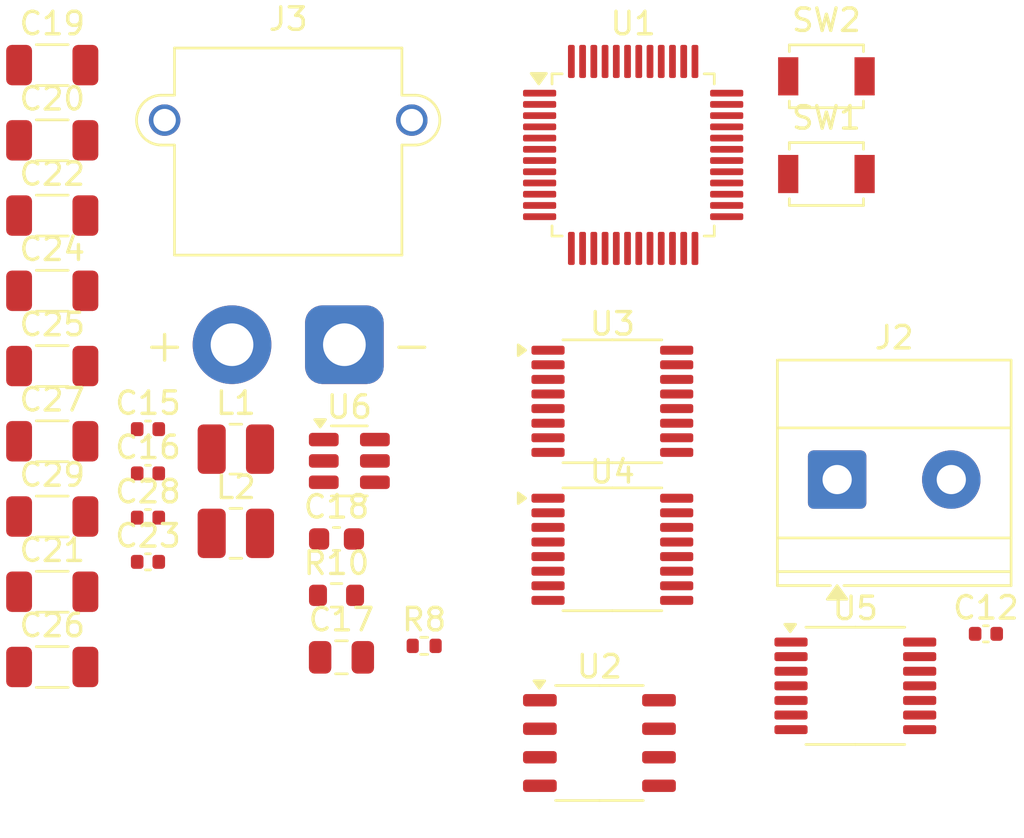
<source format=kicad_pcb>
(kicad_pcb (version 20241229) (generator "pcbnew") (generator_version "9.0")
  (layers (0 "F.Cu" signal) (2 "B.Cu" signal) (13 "F.Paste" user) (15 "B.Paste" user) (5 "F.SilkS" user "F.Silkscreen") (7 "B.SilkS" user "B.Silkscreen") (1 "F.Mask" user) (3 "B.Mask" user) (25 "Edge.Cuts" user))
  (net 0 "")
  (net 1 "Net-(C16-Pad2)")
  (net 2 "FB")
  (net 3 "Net-(U5-T-)")
  (net 4 "Net-(U5-T+)")
  (net 5 "GND")
  (net 6 "Net-(C15-Pad2)")
  (net 7 "+BATT")
  (net 8 "+5V")
  (net 9 "+3.3V")
  (net 10 "Net-(C16-Pad1)")
  (net 11 "Net-(PS1-VCC)")
  (net 12 "Net-(U6-SW)")
  (net 13 "Net-(U6-BST)")
  (net 14 "Net-(J2-Pin_1)")
  (net 15 "Net-(J2-Pin_2)")
  (net 16 "/prog/USB_RX")
  (net 17 "Net-(PS1-FB)")
  (net 18 "Net-(PS1-PG)")
  (net 19 "/prog/USB_TX")
  (net 20 "Net-(U1-NRST)")
  (net 21 "Net-(U1-BOOT0)")
  (net 22 "/ADCs/SCL")
  (net 24 "/stm32f1/SPI1_MISO")
  (net 26 "/stm32f1/SPI1_MOSI")
  (net 38 "/ADCs/SDA")
  (net 41 "/stm32f1/SPI1_SCK")
  (net 56 "CH_07")
  (net 57 "CH_05")
  (net 58 "CH_06")
  (net 59 "CH_03")
  (net 60 "CH_00")
  (net 61 "CH_04")
  (net 62 "CH_02")
  (net 63 "CH_01")
  (net 64 "CH_10")
  (net 65 "CH_12")
  (net 66 "CH_13")
  (net 67 "CH_11")
  (net 68 "CH_15")
  (net 69 "CH_09")
  (net 70 "CH_08")
  (net 71 "CH_14")
  (net 73 "Net-(U2-UD-)")
  (net 74 "Net-(U2-UD+)")
  (net 77 "/thermoAmps/TC4_CS")
  (net 80 "/thermoAmps/SPI1_SCK")
  (net 81 "/thermoAmps/SPI1_MOSI")
  (net 82 "/thermoAmps/SPI1_MISO")
  (footprint "Package_SO:TSSOP-14_4.4x5mm_P0.65mm" (layer "F.Cu") (at 170.7375 122.75)
    (property "Reference" "U5" (at 0 -3.45 0) (layer "F.SilkS"))
    (property "Value" "MAX31856")
    (fp_line (start 0 -2.61) (end -2.2 -2.61) (stroke (width 0.12)) (layer "F.SilkS"))
    (fp_line (start 0 -2.61) (end 2.2 -2.61) (stroke (width 0.12)) (layer "F.SilkS"))
    (fp_line (start 0 2.61) (end -2.2 2.61) (stroke (width 0.12)) (layer "F.SilkS"))
    (fp_line (start 0 2.61) (end 2.2 2.61) (stroke (width 0.12)) (layer "F.SilkS"))
    (fp_poly (pts (xy -2.9 -2.41) (xy -3.14 -2.74) (xy -2.66 -2.74)) (stroke (width 0.12)) (fill yes) (layer "F.SilkS"))
    (pad "1" smd roundrect (at -2.8625 -1.95) (size 1.475 0.4) (layers "F.Cu" "F.Mask" "F.Paste") (net 5 "GND"))
    (pad "2" smd roundrect (at -2.8625 -1.3) (size 1.475 0.4) (layers "F.Cu" "F.Mask" "F.Paste") (net 14 "Net-(J2-Pin_1)"))
    (pad "3" smd roundrect (at -2.8625 -0.65) (size 1.475 0.4) (layers "F.Cu" "F.Mask" "F.Paste") (net 3 "Net-(U5-T-)"))
    (pad "4" smd roundrect (at -2.8625 0) (size 1.475 0.4) (layers "F.Cu" "F.Mask" "F.Paste") (net 4 "Net-(U5-T+)"))
    (pad "5" smd roundrect (at -2.8625 0.65) (size 1.475 0.4) (layers "F.Cu" "F.Mask" "F.Paste") (net 9 "+3.3V"))
    (pad "6" smd roundrect (at -2.8625 1.3) (size 1.475 0.4) (layers "F.Cu" "F.Mask" "F.Paste"))
    (pad "7" smd roundrect (at -2.8625 1.95) (size 1.475 0.4) (layers "F.Cu" "F.Mask" "F.Paste"))
    (pad "8" smd roundrect (at 2.8625 1.95) (size 1.475 0.4) (layers "F.Cu" "F.Mask" "F.Paste") (net 9 "+3.3V"))
    (pad "9" smd roundrect (at 2.8625 1.3) (size 1.475 0.4) (layers "F.Cu" "F.Mask" "F.Paste") (net 77 "/thermoAmps/TC4_CS"))
    (pad "10" smd roundrect (at 2.8625 0.65) (size 1.475 0.4) (layers "F.Cu" "F.Mask" "F.Paste") (net 80 "/thermoAmps/SPI1_SCK"))
    (pad "11" smd roundrect (at 2.8625 0) (size 1.475 0.4) (layers "F.Cu" "F.Mask" "F.Paste") (net 82 "/thermoAmps/SPI1_MISO"))
    (pad "12" smd roundrect (at 2.8625 -0.65) (size 1.475 0.4) (layers "F.Cu" "F.Mask" "F.Paste") (net 81 "/thermoAmps/SPI1_MOSI"))
    (pad "13" smd roundrect (at 2.8625 -1.3) (size 1.475 0.4) (layers "F.Cu" "F.Mask" "F.Paste"))
    (pad "14" smd roundrect (at 2.8625 -1.95) (size 1.475 0.4) (layers "F.Cu" "F.Mask" "F.Paste") (net 5 "GND"))
  )
  (footprint "Capacitor_SMD:C_0402_1005Metric" (layer "F.Cu") (at 139.26 111.32)
    (property "Reference" "C15" (at 0 -1.16 0) (layer "F.SilkS"))
    (property "Value" "470pF")
    (fp_line (start -0.107836 -0.36) (end 0.107836 -0.36) (stroke (width 0.12)) (layer "F.SilkS"))
    (fp_line (start -0.107836 0.36) (end 0.107836 0.36) (stroke (width 0.12)) (layer "F.SilkS"))
    (pad "1" smd roundrect (at -0.48 0) (size 0.56 0.62) (layers "F.Cu" "F.Mask" "F.Paste") (net 2 "FB"))
    (pad "2" smd roundrect (at 0.48 0) (size 0.56 0.62) (layers "F.Cu" "F.Mask" "F.Paste") (net 6 "Net-(C15-Pad2)"))
  )
  (footprint "Capacitor_SMD:C_1206_3216Metric" (layer "F.Cu") (at 135 108.51)
    (property "Reference" "C25" (at 0 -1.85 0) (layer "F.SilkS"))
    (property "Value" "22uF")
    (fp_line (start -0.711252 -0.91) (end 0.711252 -0.91) (stroke (width 0.12)) (layer "F.SilkS"))
    (fp_line (start -0.711252 0.91) (end 0.711252 0.91) (stroke (width 0.12)) (layer "F.SilkS"))
    (pad "1" smd roundrect (at -1.475 0) (size 1.15 1.8) (layers "F.Cu" "F.Mask" "F.Paste") (roundrect_rratio 0.217391) (net 7 "+BATT"))
    (pad "2" smd roundrect (at 1.475 0) (size 1.15 1.8) (layers "F.Cu" "F.Mask" "F.Paste") (roundrect_rratio 0.217391) (net 5 "GND"))
  )
  (footprint "Package_SO:TSSOP-16_4.4x5mm_P0.65mm" (layer "F.Cu") (at 159.925 116.67)
    (property "Reference" "U4" (at 0 -3.45 0) (layer "F.SilkS"))
    (property "Value" "ADS7828")
    (fp_line (start 0 -2.735) (end -2.2 -2.735) (stroke (width 0.12)) (layer "F.SilkS"))
    (fp_line (start 0 -2.735) (end 2.2 -2.735) (stroke (width 0.12)) (layer "F.SilkS"))
    (fp_line (start 0 2.735) (end -2.2 2.735) (stroke (width 0.12)) (layer "F.SilkS"))
    (fp_line (start 0 2.735) (end 2.2 2.735) (stroke (width 0.12)) (layer "F.SilkS"))
    (fp_poly (pts (xy -3.86 -2.275) (xy -4.19 -2.035) (xy -4.19 -2.515)) (stroke (width 0.12)) (fill yes) (layer "F.SilkS"))
    (pad "1" smd roundrect (at -2.8625 -2.275) (size 1.475 0.4) (layers "F.Cu" "F.Mask" "F.Paste") (net 70 "CH_08"))
    (pad "2" smd roundrect (at -2.8625 -1.625) (size 1.475 0.4) (layers "F.Cu" "F.Mask" "F.Paste") (net 69 "CH_09"))
    (pad "3" smd roundrect (at -2.8625 -0.975) (size 1.475 0.4) (layers "F.Cu" "F.Mask" "F.Paste") (net 64 "CH_10"))
    (pad "4" smd roundrect (at -2.8625 -0.325) (size 1.475 0.4) (layers "F.Cu" "F.Mask" "F.Paste") (net 67 "CH_11"))
    (pad "5" smd roundrect (at -2.8625 0.325) (size 1.475 0.4) (layers "F.Cu" "F.Mask" "F.Paste") (net 65 "CH_12"))
    (pad "6" smd roundrect (at -2.8625 0.975) (size 1.475 0.4) (layers "F.Cu" "F.Mask" "F.Paste") (net 66 "CH_13"))
    (pad "7" smd roundrect (at -2.8625 1.625) (size 1.475 0.4) (layers "F.Cu" "F.Mask" "F.Paste") (net 71 "CH_14"))
    (pad "8" smd roundrect (at -2.8625 2.275) (size 1.475 0.4) (layers "F.Cu" "F.Mask" "F.Paste") (net 68 "CH_15"))
    (pad "9" smd roundrect (at 2.8625 2.275) (size 1.475 0.4) (layers "F.Cu" "F.Mask" "F.Paste") (net 5 "GND"))
    (pad "10" smd roundrect (at 2.8625 1.625) (size 1.475 0.4) (layers "F.Cu" "F.Mask" "F.Paste") (net 8 "+5V"))
    (pad "11" smd roundrect (at 2.8625 0.975) (size 1.475 0.4) (layers "F.Cu" "F.Mask" "F.Paste") (net 5 "GND"))
    (pad "12" smd roundrect (at 2.8625 0.325) (size 1.475 0.4) (layers "F.Cu" "F.Mask" "F.Paste") (net 9 "+3.3V"))
    (pad "13" smd roundrect (at 2.8625 -0.325) (size 1.475 0.4) (layers "F.Cu" "F.Mask" "F.Paste") (net 5 "GND"))
    (pad "14" smd roundrect (at 2.8625 -0.975) (size 1.475 0.4) (layers "F.Cu" "F.Mask" "F.Paste") (net 22 "/ADCs/SCL"))
    (pad "15" smd roundrect (at 2.8625 -1.625) (size 1.475 0.4) (layers "F.Cu" "F.Mask" "F.Paste") (net 38 "/ADCs/SDA"))
    (pad "16" smd roundrect (at 2.8625 -2.275) (size 1.475 0.4) (layers "F.Cu" "F.Mask" "F.Paste") (net 9 "+3.3V"))
  )
  (footprint "Connector_AMASS:AMASS_XT30PW-M_1x02_P2.50mm_Horizontal" (layer "F.Cu") (at 148 107.56)
    (property "Reference" "J3" (at -2.5 -14.5 0) (layer "F.SilkS"))
    (property "Value" "Conn_01x02")
    (fp_line (start -8.15 -11.11) (end -7.56 -11.11) (stroke (width 0.12)) (layer "F.SilkS"))
    (fp_line (start -8.15 -8.89) (end -7.56 -8.89) (stroke (width 0.12)) (layer "F.SilkS"))
    (fp_line (start -7.56 -13.21) (end -7.56 -11.11) (stroke (width 0.12)) (layer "F.SilkS"))
    (fp_line (start -7.56 -13.21) (end 2.56 -13.21) (stroke (width 0.12)) (layer "F.SilkS"))
    (fp_line (start -7.56 -8.89) (end -7.56 -3.99) (stroke (width 0.12)) (layer "F.SilkS"))
    (fp_line (start -7.56 -3.99) (end 2.56 -3.99) (stroke (width 0.12)) (layer "F.SilkS"))
    (fp_line (start 2.56 -13.21) (end 2.56 -11.11) (stroke (width 0.12)) (layer "F.SilkS"))
    (fp_line (start 2.56 -11.11) (end 3.15 -11.11) (stroke (width 0.12)) (layer "F.SilkS"))
    (fp_line (start 2.56 -8.89) (end 2.56 -3.99) (stroke (width 0.12)) (layer "F.SilkS"))
    (fp_line (start 2.56 -8.89) (end 3.15 -8.89) (stroke (width 0.12)) (layer "F.SilkS"))
    (fp_arc (start -8.15 -8.89) (mid -9.26 -10) (end -8.15 -11.11) (stroke (width 0.12)) (layer "F.SilkS"))
    (fp_arc (start 3.15 -11.11) (mid 4.26 -10) (end 3.15 -8.89) (stroke (width 0.12)) (layer "F.SilkS"))
    (fp_text user "-" (at 3 0 0) (layer "F.SilkS") (effects (font (size 1.5 1.5))))
    (fp_text user "+" (at -8 0 0) (layer "F.SilkS") (effects (font (size 1.5 1.5))))
    (pad "" thru_hole circle (at -8 -10) (size 1.4 1.4) (drill 1) (layers "*.Cu" "*.Mask"))
    (pad "" thru_hole circle (at 3 -10) (size 1.4 1.4) (drill 1) (layers "*.Cu" "*.Mask"))
    (pad "1" thru_hole roundrect (at 0 0) (size 3.5 3.5) (drill 1.9) (layers "*.Cu" "*.Mask") (roundrect_rratio 0.22) (net 7 "+BATT"))
    (pad "2" thru_hole circle (at -5 0) (size 3.5 3.5) (drill 1.9) (layers "*.Cu" "*.Mask") (net 5 "GND"))
  )
  (footprint "Capacitor_SMD:C_1206_3216Metric" (layer "F.Cu") (at 135 121.91)
    (property "Reference" "C26" (at 0 -1.85 0) (layer "F.SilkS"))
    (property "Value" "22uF")
    (fp_line (start -0.711252 -0.91) (end 0.711252 -0.91) (stroke (width 0.12)) (layer "F.SilkS"))
    (fp_line (start -0.711252 0.91) (end 0.711252 0.91) (stroke (width 0.12)) (layer "F.SilkS"))
    (pad "1" smd roundrect (at -1.475 0) (size 1.15 1.8) (layers "F.Cu" "F.Mask" "F.Paste") (roundrect_rratio 0.217391) (net 9 "+3.3V"))
    (pad "2" smd roundrect (at 1.475 0) (size 1.15 1.8) (layers "F.Cu" "F.Mask" "F.Paste") (roundrect_rratio 0.217391) (net 5 "GND"))
  )
  (footprint "Capacitor_SMD:C_1206_3216Metric" (layer "F.Cu") (at 135 101.81)
    (property "Reference" "C22" (at 0 -1.85 0) (layer "F.SilkS"))
    (property "Value" "22uF")
    (fp_line (start -0.711252 -0.91) (end 0.711252 -0.91) (stroke (width 0.12)) (layer "F.SilkS"))
    (fp_line (start -0.711252 0.91) (end 0.711252 0.91) (stroke (width 0.12)) (layer "F.SilkS"))
    (pad "1" smd roundrect (at -1.475 0) (size 1.15 1.8) (layers "F.Cu" "F.Mask" "F.Paste") (roundrect_rratio 0.217391) (net 7 "+BATT"))
    (pad "2" smd roundrect (at 1.475 0) (size 1.15 1.8) (layers "F.Cu" "F.Mask" "F.Paste") (roundrect_rratio 0.217391) (net 5 "GND"))
  )
  (footprint "Capacitor_SMD:C_1206_3216Metric" (layer "F.Cu") (at 135 118.56)
    (property "Reference" "C21" (at 0 -1.85 0) (layer "F.SilkS"))
    (property "Value" "22uF")
    (fp_line (start -0.711252 -0.91) (end 0.711252 -0.91) (stroke (width 0.12)) (layer "F.SilkS"))
    (fp_line (start -0.711252 0.91) (end 0.711252 0.91) (stroke (width 0.12)) (layer "F.SilkS"))
    (pad "1" smd roundrect (at -1.475 0) (size 1.15 1.8) (layers "F.Cu" "F.Mask" "F.Paste") (roundrect_rratio 0.217391) (net 9 "+3.3V"))
    (pad "2" smd roundrect (at 1.475 0) (size 1.15 1.8) (layers "F.Cu" "F.Mask" "F.Paste") (roundrect_rratio 0.217391) (net 5 "GND"))
  )
  (footprint "Button_Switch_SMD:SW_SPST_B3U-1000P" (layer "F.Cu") (at 169.45 95.61)
    (property "Reference" "SW2" (at 0 -2.5 0) (layer "F.SilkS"))
    (property "Value" "SW_Push")
    (fp_line (start -1.65 -1.4) (end 1.65 -1.4) (stroke (width 0.12)) (layer "F.SilkS"))
    (fp_line (start -1.65 -1.1) (end -1.65 -1.4) (stroke (width 0.12)) (layer "F.SilkS"))
    (fp_line (start -1.65 1.1) (end -1.65 1.4) (stroke (width 0.12)) (layer "F.SilkS"))
    (fp_line (start -1.65 1.4) (end 1.65 1.4) (stroke (width 0.12)) (layer "F.SilkS"))
    (fp_line (start 1.65 -1.4) (end 1.65 -1.1) (stroke (width 0.12)) (layer "F.SilkS"))
    (fp_line (start 1.65 1.4) (end 1.65 1.1) (stroke (width 0.12)) (layer "F.SilkS"))
    (pad "1" smd rect (at -1.7 0) (size 0.9 1.7) (layers "F.Cu" "F.Mask" "F.Paste") (net 9 "+3.3V"))
    (pad "2" smd rect (at 1.7 0) (size 0.9 1.7) (layers "F.Cu" "F.Mask" "F.Paste") (net 21 "Net-(U1-BOOT0)"))
  )
  (footprint "Capacitor_SMD:C_0402_1005Metric" (layer "F.Cu") (at 139.26 115.26)
    (property "Reference" "C28" (at 0 -1.16 0) (layer "F.SilkS"))
    (property "Value" "100nF")
    (fp_line (start -0.107836 -0.36) (end 0.107836 -0.36) (stroke (width 0.12)) (layer "F.SilkS"))
    (fp_line (start -0.107836 0.36) (end 0.107836 0.36) (stroke (width 0.12)) (layer "F.SilkS"))
    (pad "1" smd roundrect (at -0.48 0) (size 0.56 0.62) (layers "F.Cu" "F.Mask" "F.Paste") (net 7 "+BATT"))
    (pad "2" smd roundrect (at 0.48 0) (size 0.56 0.62) (layers "F.Cu" "F.Mask" "F.Paste") (net 5 "GND"))
  )
  (footprint "Capacitor_SMD:C_0402_1005Metric" (layer "F.Cu") (at 176.5475 120.435)
    (property "Reference" "C12" (at 0 -1.16 0) (layer "F.SilkS"))
    (property "Value" ".1uF")
    (fp_line (start -0.107836 -0.36) (end 0.107836 -0.36) (stroke (width 0.12)) (layer "F.SilkS"))
    (fp_line (start -0.107836 0.36) (end 0.107836 0.36) (stroke (width 0.12)) (layer "F.SilkS"))
    (pad "1" smd roundrect (at -0.48 0) (size 0.56 0.62) (layers "F.Cu" "F.Mask" "F.Paste") (net 4 "Net-(U5-T+)"))
    (pad "2" smd roundrect (at 0.48 0) (size 0.56 0.62) (layers "F.Cu" "F.Mask" "F.Paste") (net 3 "Net-(U5-T-)"))
  )
  (footprint "Capacitor_SMD:C_0805_2012Metric" (layer "F.Cu") (at 147.87 121.48)
    (property "Reference" "C17" (at 0 -1.68 0) (layer "F.SilkS"))
    (property "Value" "10uF")
    (fp_line (start -0.261252 -0.735) (end 0.261252 -0.735) (stroke (width 0.12)) (layer "F.SilkS"))
    (fp_line (start -0.261252 0.735) (end 0.261252 0.735) (stroke (width 0.12)) (layer "F.SilkS"))
    (pad "1" smd roundrect (at -0.95 0) (size 1 1.45) (layers "F.Cu" "F.Mask" "F.Paste") (net 7 "+BATT"))
    (pad "2" smd roundrect (at 0.95 0) (size 1 1.45) (layers "F.Cu" "F.Mask" "F.Paste") (net 5 "GND"))
  )
  (footprint "Capacitor_SMD:C_0402_1005Metric" (layer "F.Cu") (at 139.26 113.29)
    (property "Reference" "C16" (at 0 -1.16 0) (layer "F.SilkS"))
    (property "Value" "100nF")
    (fp_line (start -0.107836 -0.36) (end 0.107836 -0.36) (stroke (width 0.12)) (layer "F.SilkS"))
    (fp_line (start -0.107836 0.36) (end 0.107836 0.36) (stroke (width 0.12)) (layer "F.SilkS"))
    (pad "1" smd roundrect (at -0.48 0) (size 0.56 0.62) (layers "F.Cu" "F.Mask" "F.Paste") (net 10 "Net-(C16-Pad1)"))
    (pad "2" smd roundrect (at 0.48 0) (size 0.56 0.62) (layers "F.Cu" "F.Mask" "F.Paste") (net 1 "Net-(C16-Pad2)"))
  )
  (footprint "Capacitor_SMD:C_0402_1005Metric" (layer "F.Cu") (at 139.26 117.23)
    (property "Reference" "C23" (at 0 -1.16 0) (layer "F.SilkS"))
    (property "Value" "100nF")
    (fp_line (start -0.107836 -0.36) (end 0.107836 -0.36) (stroke (width 0.12)) (layer "F.SilkS"))
    (fp_line (start -0.107836 0.36) (end 0.107836 0.36) (stroke (width 0.12)) (layer "F.SilkS"))
    (pad "1" smd roundrect (at -0.48 0) (size 0.56 0.62) (layers "F.Cu" "F.Mask" "F.Paste") (net 12 "Net-(U6-SW)"))
    (pad "2" smd roundrect (at 0.48 0) (size 0.56 0.62) (layers "F.Cu" "F.Mask" "F.Paste") (net 13 "Net-(U6-BST)"))
  )
  (footprint "Capacitor_SMD:C_1206_3216Metric" (layer "F.Cu") (at 135 98.46)
    (property "Reference" "C20" (at 0 -1.85 0) (layer "F.SilkS"))
    (property "Value" "22uF")
    (fp_line (start -0.711252 -0.91) (end 0.711252 -0.91) (stroke (width 0.12)) (layer "F.SilkS"))
    (fp_line (start -0.711252 0.91) (end 0.711252 0.91) (stroke (width 0.12)) (layer "F.SilkS"))
    (pad "1" smd roundrect (at -1.475 0) (size 1.15 1.8) (layers "F.Cu" "F.Mask" "F.Paste") (roundrect_rratio 0.217391) (net 8 "+5V"))
    (pad "2" smd roundrect (at 1.475 0) (size 1.15 1.8) (layers "F.Cu" "F.Mask" "F.Paste") (roundrect_rratio 0.217391) (net 2 "FB"))
  )
  (footprint "Inductor_SMD:L_1008_2520Metric" (layer "F.Cu") (at 143.17 112.21)
    (property "Reference" "L1" (at 0 -2.05 0) (layer "F.SilkS"))
    (property "Value" "1.5uH")
    (fp_line (start -0.261252 -1.11) (end 0.261252 -1.11) (stroke (width 0.12)) (layer "F.SilkS"))
    (fp_line (start -0.261252 1.11) (end 0.261252 1.11) (stroke (width 0.12)) (layer "F.SilkS"))
    (pad "1" smd roundrect (at -1.075 0) (size 1.25 2.2) (layers "F.Cu" "F.Mask" "F.Paste") (roundrect_rratio 0.2) (net 1 "Net-(C16-Pad2)"))
    (pad "2" smd roundrect (at 1.075 0) (size 1.25 2.2) (layers "F.Cu" "F.Mask" "F.Paste") (roundrect_rratio 0.2) (net 8 "+5V"))
  )
  (footprint "Package_SO:TSSOP-16_4.4x5mm_P0.65mm" (layer "F.Cu") (at 159.925 110.08)
    (property "Reference" "U3" (at 0 -3.45 0) (layer "F.SilkS"))
    (property "Value" "ADS7828")
    (fp_line (start 0 -2.735) (end -2.2 -2.735) (stroke (width 0.12)) (layer "F.SilkS"))
    (fp_line (start 0 -2.735) (end 2.2 -2.735) (stroke (width 0.12)) (layer "F.SilkS"))
    (fp_line (start 0 2.735) (end -2.2 2.735) (stroke (width 0.12)) (layer "F.SilkS"))
    (fp_line (start 0 2.735) (end 2.2 2.735) (stroke (width 0.12)) (layer "F.SilkS"))
    (fp_poly (pts (xy -3.86 -2.275) (xy -4.19 -2.035) (xy -4.19 -2.515)) (stroke (width 0.12)) (fill yes) (layer "F.SilkS"))
    (pad "1" smd roundrect (at -2.8625 -2.275) (size 1.475 0.4) (layers "F.Cu" "F.Mask" "F.Paste") (net 60 "CH_00"))
    (pad "2" smd roundrect (at -2.8625 -1.625) (size 1.475 0.4) (layers "F.Cu" "F.Mask" "F.Paste") (net 63 "CH_01"))
    (pad "3" smd roundrect (at -2.8625 -0.975) (size 1.475 0.4) (layers "F.Cu" "F.Mask" "F.Paste") (net 62 "CH_02"))
    (pad "4" smd roundrect (at -2.8625 -0.325) (size 1.475 0.4) (layers "F.Cu" "F.Mask" "F.Paste") (net 59 "CH_03"))
    (pad "5" smd roundrect (at -2.8625 0.325) (size 1.475 0.4) (layers "F.Cu" "F.Mask" "F.Paste") (net 61 "CH_04"))
    (pad "6" smd roundrect (at -2.8625 0.975) (size 1.475 0.4) (layers "F.Cu" "F.Mask" "F.Paste") (net 57 "CH_05"))
    (pad "7" smd roundrect (at -2.8625 1.625) (size 1.475 0.4) (layers "F.Cu" "F.Mask" "F.Paste") (net 58 "CH_06"))
    (pad "8" smd roundrect (at -2.8625 2.275) (size 1.475 0.4) (layers "F.Cu" "F.Mask" "F.Paste") (net 56 "CH_07"))
    (pad "9" smd roundrect (at 2.8625 2.275) (size 1.475 0.4) (layers "F.Cu" "F.Mask" "F.Paste") (net 5 "GND"))
    (pad "10" smd roundrect (at 2.8625 1.625) (size 1.475 0.4) (layers "F.Cu" "F.Mask" "F.Paste") (net 8 "+5V"))
    (pad "11" smd roundrect (at 2.8625 0.975) (size 1.475 0.4) (layers "F.Cu" "F.Mask" "F.Paste") (net 5 "GND"))
    (pad "12" smd roundrect (at 2.8625 0.325) (size 1.475 0.4) (layers "F.Cu" "F.Mask" "F.Paste") (net 5 "GND"))
    (pad "13" smd roundrect (at 2.8625 -0.325) (size 1.475 0.4) (layers "F.Cu" "F.Mask" "F.Paste") (net 5 "GND"))
    (pad "14" smd roundrect (at 2.8625 -0.975) (size 1.475 0.4) (layers "F.Cu" "F.Mask" "F.Paste") (net 22 "/ADCs/SCL"))
    (pad "15" smd roundrect (at 2.8625 -1.625) (size 1.475 0.4) (layers "F.Cu" "F.Mask" "F.Paste") (net 38 "/ADCs/SDA"))
    (pad "16" smd roundrect (at 2.8625 -2.275) (size 1.475 0.4) (layers "F.Cu" "F.Mask" "F.Paste") (net 9 "+3.3V"))
  )
  (footprint "Resistor_SMD:R_0603_1608Metric" (layer "F.Cu") (at 147.65 118.72)
    (property "Reference" "R10" (at 0 -1.43 0) (layer "F.SilkS"))
    (property "Value" "100k")
    (fp_line (start -0.237258 -0.5225) (end 0.237258 -0.5225) (stroke (width 0.12)) (layer "F.SilkS"))
    (fp_line (start -0.237258 0.5225) (end 0.237258 0.5225) (stroke (width 0.12)) (layer "F.SilkS"))
    (pad "1" smd roundrect (at -0.825 0) (size 0.8 0.95) (layers "F.Cu" "F.Mask" "F.Paste") (net 18 "Net-(PS1-PG)"))
    (pad "2" smd roundrect (at 0.825 0) (size 0.8 0.95) (layers "F.Cu" "F.Mask" "F.Paste") (net 11 "Net-(PS1-VCC)"))
  )
  (footprint "Capacitor_SMD:C_0603_1608Metric" (layer "F.Cu") (at 147.65 116.21)
    (property "Reference" "C18" (at 0 -1.43 0) (layer "F.SilkS"))
    (property "Value" "2.2uF")
    (fp_line (start -0.14058 -0.51) (end 0.14058 -0.51) (stroke (width 0.12)) (layer "F.SilkS"))
    (fp_line (start -0.14058 0.51) (end 0.14058 0.51) (stroke (width 0.12)) (layer "F.SilkS"))
    (pad "1" smd roundrect (at -0.775 0) (size 0.9 0.95) (layers "F.Cu" "F.Mask" "F.Paste") (net 5 "GND"))
    (pad "2" smd roundrect (at 0.775 0) (size 0.9 0.95) (layers "F.Cu" "F.Mask" "F.Paste") (net 11 "Net-(PS1-VCC)"))
  )
  (footprint "Package_SO:JEITA_SOIC-8_3.9x4.9mm_P1.27mm" (layer "F.Cu") (at 159.35 125.295)
    (property "Reference" "U2" (at 0 -3.4 0) (layer "F.SilkS"))
    (property "Value" "CH340N")
    (fp_line (start 0 -2.56) (end -1.95 -2.56) (stroke (width 0.12)) (layer "F.SilkS"))
    (fp_line (start 0 -2.56) (end 1.95 -2.56) (stroke (width 0.12)) (layer "F.SilkS"))
    (fp_line (start 0 2.56) (end -1.95 2.56) (stroke (width 0.12)) (layer "F.SilkS"))
    (fp_line (start 0 2.56) (end 1.95 2.56) (stroke (width 0.12)) (layer "F.SilkS"))
    (fp_poly (pts (xy -2.675 -2.44) (xy -2.915 -2.77) (xy -2.435 -2.77)) (stroke (width 0.12)) (fill yes) (layer "F.SilkS"))
    (pad "1" smd roundrect (at -2.65 -1.905) (size 1.5 0.55) (layers "F.Cu" "F.Mask" "F.Paste") (net 74 "Net-(U2-UD+)"))
    (pad "2" smd roundrect (at -2.65 -0.635) (size 1.5 0.55) (layers "F.Cu" "F.Mask" "F.Paste") (net 73 "Net-(U2-UD-)"))
    (pad "3" smd roundrect (at -2.65 0.635) (size 1.5 0.55) (layers "F.Cu" "F.Mask" "F.Paste") (net 5 "GND"))
    (pad "4" smd roundrect (at -2.65 1.905) (size 1.5 0.55) (layers "F.Cu" "F.Mask" "F.Paste"))
    (pad "5" smd roundrect (at 2.65 1.905) (size 1.5 0.55) (layers "F.Cu" "F.Mask" "F.Paste") (net 9 "+3.3V"))
    (pad "6" smd roundrect (at 2.65 0.635) (size 1.5 0.55) (layers "F.Cu" "F.Mask" "F.Paste") (net 19 "/prog/USB_TX"))
    (pad "7" smd roundrect (at 2.65 -0.635) (size 1.5 0.55) (layers "F.Cu" "F.Mask" "F.Paste") (net 16 "/prog/USB_RX"))
    (pad "8" smd roundrect (at 2.65 -1.905) (size 1.5 0.55) (layers "F.Cu" "F.Mask" "F.Paste") (net 9 "+3.3V"))
  )
  (footprint "Package_TO_SOT_SMD:TSOT-23-6" (layer "F.Cu") (at 148.22 112.735)
    (property "Reference" "U6" (at 0 -2.4 0) (layer "F.SilkS"))
    (property "Value" "AP63203WU")
    (fp_line (start 0 -1.56) (end -0.8 -1.56) (stroke (width 0.12)) (layer "F.SilkS"))
    (fp_line (start 0 -1.56) (end 0.8 -1.56) (stroke (width 0.12)) (layer "F.SilkS"))
    (fp_line (start 0 1.56) (end -0.8 1.56) (stroke (width 0.12)) (layer "F.SilkS"))
    (fp_line (start 0 1.56) (end 0.8 1.56) (stroke (width 0.12)) (layer "F.SilkS"))
    (fp_poly (pts (xy -1.3 -1.51) (xy -1.54 -1.84) (xy -1.06 -1.84)) (stroke (width 0.12)) (fill yes) (layer "F.SilkS"))
    (pad "1" smd roundrect (at -1.1375 -0.95) (size 1.325 0.6) (layers "F.Cu" "F.Mask" "F.Paste") (net 9 "+3.3V"))
    (pad "2" smd roundrect (at -1.1375 0) (size 1.325 0.6) (layers "F.Cu" "F.Mask" "F.Paste") (net 7 "+BATT"))
    (pad "3" smd roundrect (at -1.1375 0.95) (size 1.325 0.6) (layers "F.Cu" "F.Mask" "F.Paste") (net 7 "+BATT"))
    (pad "4" smd roundrect (at 1.1375 0.95) (size 1.325 0.6) (layers "F.Cu" "F.Mask" "F.Paste") (net 5 "GND"))
    (pad "5" smd roundrect (at 1.1375 0) (size 1.325 0.6) (layers "F.Cu" "F.Mask" "F.Paste") (net 12 "Net-(U6-SW)"))
    (pad "6" smd roundrect (at 1.1375 -0.95) (size 1.325 0.6) (layers "F.Cu" "F.Mask" "F.Paste") (net 13 "Net-(U6-BST)"))
  )
  (footprint "TerminalBlock_Phoenix:TerminalBlock_Phoenix_MKDS-1,5-2-5.08_1x02_P5.08mm_Horizontal" (layer "F.Cu") (at 169.9275 113.565)
    (property "Reference" "J2" (at 2.54 -6.32 0) (layer "F.SilkS"))
    (property "Value" "Conn_01x02")
    (fp_line (start -2.66 -5.32) (end 7.74 -5.32) (stroke (width 0.12)) (layer "F.SilkS"))
    (fp_line (start -2.66 -2.3) (end 7.74 -2.3) (stroke (width 0.12)) (layer "F.SilkS"))
    (fp_line (start -2.66 2.6) (end 7.74 2.6) (stroke (width 0.12)) (layer "F.SilkS"))
    (fp_line (start -2.66 4.1) (end 7.74 4.1) (stroke (width 0.12)) (layer "F.SilkS"))
    (fp_line (start -2.66 4.72) (end -2.66 -5.32) (stroke (width 0.12)) (layer "F.SilkS"))
    (fp_line (start -0.3 4.72) (end -2.66 4.72) (stroke (width 0.12)) (layer "F.SilkS"))
    (fp_line (start 7.74 -5.32) (end 7.74 4.72) (stroke (width 0.12)) (layer "F.SilkS"))
    (fp_line (start 7.74 4.72) (end 0.3 4.72) (stroke (width 0.12)) (layer "F.SilkS"))
    (fp_poly (pts (xy 0 4.72) (xy 0.44 5.33) (xy -0.44 5.33)) (stroke (width 0.12)) (fill yes) (layer "F.SilkS"))
    (pad "1" thru_hole roundrect (at 0 0) (size 2.6 2.6) (drill 1.3) (layers "*.Cu" "*.Mask") (roundrect_rratio 0.096154) (net 14 "Net-(J2-Pin_1)"))
    (pad "2" thru_hole circle (at 5.08 0) (size 2.6 2.6) (drill 1.3) (layers "*.Cu" "*.Mask") (net 15 "Net-(J2-Pin_2)"))
  )
  (footprint "Capacitor_SMD:C_1206_3216Metric" (layer "F.Cu") (at 135 111.86)
    (property "Reference" "C27" (at 0 -1.85 0) (layer "F.SilkS"))
    (property "Value" "22uF")
    (fp_line (start -0.711252 -0.91) (end 0.711252 -0.91) (stroke (width 0.12)) (layer "F.SilkS"))
    (fp_line (start -0.711252 0.91) (end 0.711252 0.91) (stroke (width 0.12)) (layer "F.SilkS"))
    (pad "1" smd roundrect (at -1.475 0) (size 1.15 1.8) (layers "F.Cu" "F.Mask" "F.Paste") (roundrect_rratio 0.217391) (net 8 "+5V"))
    (pad "2" smd roundrect (at 1.475 0) (size 1.15 1.8) (layers "F.Cu" "F.Mask" "F.Paste") (roundrect_rratio 0.217391) (net 2 "FB"))
  )
  (footprint "Package_QFP:LQFP-48_7x7mm_P0.5mm" (layer "F.Cu") (at 160.85 99.11)
    (property "Reference" "U1" (at 0 -5.85 0) (layer "F.SilkS"))
    (property "Value" "STM32F103C8Tx")
    (fp_line (start -3.61 -3.61) (end -3.61 -3.16) (stroke (width 0.12)) (layer "F.SilkS"))
    (fp_line (start -3.61 3.61) (end -3.61 3.16) (stroke (width 0.12)) (layer "F.SilkS"))
    (fp_line (start -3.16 -3.61) (end -3.61 -3.61) (stroke (width 0.12)) (layer "F.SilkS"))
    (fp_line (start -3.16 3.61) (end -3.61 3.61) (stroke (width 0.12)) (layer "F.SilkS"))
    (fp_line (start 3.16 -3.61) (end 3.61 -3.61) (stroke (width 0.12)) (layer "F.SilkS"))
    (fp_line (start 3.16 3.61) (end 3.61 3.61) (stroke (width 0.12)) (layer "F.SilkS"))
    (fp_line (start 3.61 -3.61) (end 3.61 -3.16) (stroke (width 0.12)) (layer "F.SilkS"))
    (fp_line (start 3.61 3.61) (end 3.61 3.16) (stroke (width 0.12)) (layer "F.SilkS"))
    (fp_poly (pts (xy -4.2 -3.16) (xy -4.54 -3.63) (xy -3.86 -3.63)) (stroke (width 0.12)) (fill yes) (layer "F.SilkS"))
    (pad "1" smd roundrect (at -4.1625 -2.75) (size 1.475 0.3) (layers "F.Cu" "F.Mask" "F.Paste") (net 9 "+3.3V"))
    (pad "2" smd roundrect (at -4.1625 -2.25) (size 1.475 0.3) (layers "F.Cu" "F.Mask" "F.Paste"))
    (pad "3" smd roundrect (at -4.1625 -1.75) (size 1.475 0.3) (layers "F.Cu" "F.Mask" "F.Paste"))
    (pad "4" smd roundrect (at -4.1625 -1.25) (size 1.475 0.3) (layers "F.Cu" "F.Mask" "F.Paste"))
    (pad "5" smd roundrect (at -4.1625 -0.75) (size 1.475 0.3) (layers "F.Cu" "F.Mask" "F.Paste"))
    (pad "6" smd roundrect (at -4.1625 -0.25) (size 1.475 0.3) (layers "F.Cu" "F.Mask" "F.Paste"))
    (pad "7" smd roundrect (at -4.1625 0.25) (size 1.475 0.3) (layers "F.Cu" "F.Mask" "F.Paste") (net 20 "Net-(U1-NRST)"))
    (pad "8" smd roundrect (at -4.1625 0.75) (size 1.475 0.3) (layers "F.Cu" "F.Mask" "F.Paste") (net 5 "GND"))
    (pad "9" smd roundrect (at -4.1625 1.25) (size 1.475 0.3) (layers "F.Cu" "F.Mask" "F.Paste") (net 9 "+3.3V"))
    (pad "10" smd roundrect (at -4.1625 1.75) (size 1.475 0.3) (layers "F.Cu" "F.Mask" "F.Paste"))
    (pad "11" smd roundrect (at -4.1625 2.25) (size 1.475 0.3) (layers "F.Cu" "F.Mask" "F.Paste"))
    (pad "12" smd roundrect (at -4.1625 2.75) (size 1.475 0.3) (layers "F.Cu" "F.Mask" "F.Paste"))
    (pad "13" smd roundrect (at -2.75 4.1625) (size 0.3 1.475) (layers "F.Cu" "F.Mask" "F.Paste"))
    (pad "14" smd roundrect (at -2.25 4.1625) (size 0.3 1.475) (layers "F.Cu" "F.Mask" "F.Paste"))
    (pad "15" smd roundrect (at -1.75 4.1625) (size 0.3 1.475) (layers "F.Cu" "F.Mask" "F.Paste") (net 41 "/stm32f1/SPI1_SCK"))
    (pad "16" smd roundrect (at -1.25 4.1625) (size 0.3 1.475) (layers "F.Cu" "F.Mask" "F.Paste") (net 24 "/stm32f1/SPI1_MISO"))
    (pad "17" smd roundrect (at -0.75 4.1625) (size 0.3 1.475) (layers "F.Cu" "F.Mask" "F.Paste") (net 26 "/stm32f1/SPI1_MOSI"))
    (pad "18" smd roundrect (at -0.25 4.1625) (size 0.3 1.475) (layers "F.Cu" "F.Mask" "F.Paste"))
    (pad "19" smd roundrect (at 0.25 4.1625) (size 0.3 1.475) (layers "F.Cu" "F.Mask" "F.Paste"))
    (pad "20" smd roundrect (at 0.75 4.1625) (size 0.3 1.475) (layers "F.Cu" "F.Mask" "F.Paste"))
    (pad "21" smd roundrect (at 1.25 4.1625) (size 0.3 1.475) (layers "F.Cu" "F.Mask" "F.Paste"))
    (pad "22" smd roundrect (at 1.75 4.1625) (size 0.3 1.475) (layers "F.Cu" "F.Mask" "F.Paste"))
    (pad "23" smd roundrect (at 2.25 4.1625) (size 0.3 1.475) (layers "F.Cu" "F.Mask" "F.Paste") (net 5 "GND"))
    (pad "24" smd roundrect (at 2.75 4.1625) (size 0.3 1.475) (layers "F.Cu" "F.Mask" "F.Paste") (net 9 "+3.3V"))
    (pad "25" smd roundrect (at 4.1625 2.75) (size 1.475 0.3) (layers "F.Cu" "F.Mask" "F.Paste"))
    (pad "26" smd roundrect (at 4.1625 2.25) (size 1.475 0.3) (layers "F.Cu" "F.Mask" "F.Paste"))
    (pad "27" smd roundrect (at 4.1625 1.75) (size 1.475 0.3) (layers "F.Cu" "F.Mask" "F.Paste"))
    (pad "28" smd roundrect (at 4.1625 1.25) (size 1.475 0.3) (layers "F.Cu" "F.Mask" "F.Paste"))
    (pad "29" smd roundrect (at 4.1625 0.75) (size 1.475 0.3) (layers "F.Cu" "F.Mask" "F.Paste"))
    (pad "30" smd roundrect (at 4.1625 0.25) (size 1.475 0.3) (layers "F.Cu" "F.Mask" "F.Paste") (net 16 "/prog/USB_RX"))
    (pad "31" smd roundrect (at 4.1625 -0.25) (size 1.475 0.3) (layers "F.Cu" "F.Mask" "F.Paste") (net 19 "/prog/USB_TX"))
    (pad "32" smd roundrect (at 4.1625 -0.75) (size 1.475 0.3) (layers "F.Cu" "F.Mask" "F.Paste"))
    (pad "33" smd roundrect (at 4.1625 -1.25) (size 1.475 0.3) (layers "F.Cu" "F.Mask" "F.Paste"))
    (pad "34" smd roundrect (at 4.1625 -1.75) (size 1.475 0.3) (layers "F.Cu" "F.Mask" "F.Paste"))
    (pad "35" smd roundrect (at 4.1625 -2.25) (size 1.475 0.3) (layers "F.Cu" "F.Mask" "F.Paste") (net 5 "GND"))
    (pad "36" smd roundrect (at 4.1625 -2.75) (size 1.475 0.3) (layers "F.Cu" "F.Mask" "F.Paste") (net 9 "+3.3V"))
    (pad "37" smd roundrect (at 2.75 -4.1625) (size 0.3 1.475) (layers "F.Cu" "F.Mask" "F.Paste"))
    (pad "38" smd roundrect (at 2.25 -4.1625) (size 0.3 1.475) (layers "F.Cu" "F.Mask" "F.Paste"))
    (pad "39" smd roundrect (at 1.75 -4.1625) (size 0.3 1.475) (layers "F.Cu" "F.Mask" "F.Paste"))
    (pad "40" smd roundrect (at 1.25 -4.1625) (size 0.3 1.475) (layers "F.Cu" "F.Mask" "F.Paste"))
    (pad "41" smd roundrect (at 0.75 -4.1625) (size 0.3 1.475) (layers "F.Cu" "F.Mask" "F.Paste"))
    (pad "42" smd roundrect (at 0.25 -4.1625) (size 0.3 1.475) (layers "F.Cu" "F.Mask" "F.Paste") (net 22 "/ADCs/SCL"))
    (pad "43" smd roundrect (at -0.25 -4.1625) (size 0.3 1.475) (layers "F.Cu" "F.Mask" "F.Paste") (net 38 "/ADCs/SDA"))
    (pad "44" smd roundrect (at -0.75 -4.1625) (size 0.3 1.475) (layers "F.Cu" "F.Mask" "F.Paste") (net 21 "Net-(U1-BOOT0)"))
    (pad "45" smd roundrect (at -1.25 -4.1625) (size 0.3 1.475) (layers "F.Cu" "F.Mask" "F.Paste"))
    (pad "46" smd roundrect (at -1.75 -4.1625) (size 0.3 1.475) (layers "F.Cu" "F.Mask" "F.Paste"))
    (pad "47" smd roundrect (at -2.25 -4.1625) (size 0.3 1.475) (layers "F.Cu" "F.Mask" "F.Paste") (net 5 "GND"))
    (pad "48" smd roundrect (at -2.75 -4.1625) (size 0.3 1.475) (layers "F.Cu" "F.Mask" "F.Paste") (net 9 "+3.3V"))
  )
  (footprint "Resistor_SMD:R_0402_1005Metric" (layer "F.Cu") (at 151.55 120.97)
    (property "Reference" "R8" (at 0 -1.17 0) (layer "F.SilkS"))
    (property "Value" "1k")
    (fp_line (start -0.153641 -0.38) (end 0.153641 -0.38) (stroke (width 0.12)) (layer "F.SilkS"))
    (fp_line (start -0.153641 0.38) (end 0.153641 0.38) (stroke (width 0.12)) (layer "F.SilkS"))
    (pad "1" smd roundrect (at -0.51 0) (size 0.54 0.64) (layers "F.Cu" "F.Mask" "F.Paste") (net 6 "Net-(C15-Pad2)"))
    (pad "2" smd roundrect (at 0.51 0) (size 0.54 0.64) (layers "F.Cu" "F.Mask" "F.Paste") (net 17 "Net-(PS1-FB)"))
  )
  (footprint "Inductor_SMD:L_1008_2520Metric" (layer "F.Cu") (at 143.17 115.96)
    (property "Reference" "L2" (at 0 -2.05 0) (layer "F.SilkS"))
    (property "Value" "4.7uH")
    (fp_line (start -0.261252 -1.11) (end 0.261252 -1.11) (stroke (width 0.12)) (layer "F.SilkS"))
    (fp_line (start -0.261252 1.11) (end 0.261252 1.11) (stroke (width 0.12)) (layer "F.SilkS"))
    (pad "1" smd roundrect (at -1.075 0) (size 1.25 2.2) (layers "F.Cu" "F.Mask" "F.Paste") (roundrect_rratio 0.2) (net 12 "Net-(U6-SW)"))
    (pad "2" smd roundrect (at 1.075 0) (size 1.25 2.2) (layers "F.Cu" "F.Mask" "F.Paste") (roundrect_rratio 0.2) (net 9 "+3.3V"))
  )
  (footprint "Button_Switch_SMD:SW_SPST_B3U-1000P" (layer "F.Cu") (at 169.45 99.96)
    (property "Reference" "SW1" (at 0 -2.5 0) (layer "F.SilkS"))
    (property "Value" "SW_Push")
    (fp_line (start -1.65 -1.4) (end 1.65 -1.4) (stroke (width 0.12)) (layer "F.SilkS"))
    (fp_line (start -1.65 -1.1) (end -1.65 -1.4) (stroke (width 0.12)) (layer "F.SilkS"))
    (fp_line (start -1.65 1.1) (end -1.65 1.4) (stroke (width 0.12)) (layer "F.SilkS"))
    (fp_line (start -1.65 1.4) (end 1.65 1.4) (stroke (width 0.12)) (layer "F.SilkS"))
    (fp_line (start 1.65 -1.4) (end 1.65 -1.1) (stroke (width 0.12)) (layer "F.SilkS"))
    (fp_line (start 1.65 1.4) (end 1.65 1.1) (stroke (width 0.12)) (layer "F.SilkS"))
    (pad "1" smd rect (at -1.7 0) (size 0.9 1.7) (layers "F.Cu" "F.Mask" "F.Paste") (net 5 "GND"))
    (pad "2" smd rect (at 1.7 0) (size 0.9 1.7) (layers "F.Cu" "F.Mask" "F.Paste") (net 20 "Net-(U1-NRST)"))
  )
  (footprint "Capacitor_SMD:C_1206_3216Metric" (layer "F.Cu") (at 135 105.16)
    (property "Reference" "C24" (at 0 -1.85 0) (layer "F.SilkS"))
    (property "Value" "22uF")
    (fp_line (start -0.711252 -0.91) (end 0.711252 -0.91) (stroke (width 0.12)) (layer "F.SilkS"))
    (fp_line (start -0.711252 0.91) (end 0.711252 0.91) (stroke (width 0.12)) (layer "F.SilkS"))
    (pad "1" smd roundrect (at -1.475 0) (size 1.15 1.8) (layers "F.Cu" "F.Mask" "F.Paste") (roundrect_rratio 0.217391) (net 8 "+5V"))
    (pad "2" smd roundrect (at 1.475 0) (size 1.15 1.8) (layers "F.Cu" "F.Mask" "F.Paste") (roundrect_rratio 0.217391) (net 2 "FB"))
  )
  (footprint "Capacitor_SMD:C_1206_3216Metric" (layer "F.Cu") (at 135 95.11)
    (property "Reference" "C19" (at 0 -1.85 0) (layer "F.SilkS"))
    (property "Value" "22uF")
    (fp_line (start -0.711252 -0.91) (end 0.711252 -0.91) (stroke (width 0.12)) (layer "F.SilkS"))
    (fp_line (start -0.711252 0.91) (end 0.711252 0.91) (stroke (width 0.12)) (layer "F.SilkS"))
    (pad "1" smd roundrect (at -1.475 0) (size 1.15 1.8) (layers "F.Cu" "F.Mask" "F.Paste") (roundrect_rratio 0.217391) (net 7 "+BATT"))
    (pad "2" smd roundrect (at 1.475 0) (size 1.15 1.8) (layers "F.Cu" "F.Mask" "F.Paste") (roundrect_rratio 0.217391) (net 5 "GND"))
  )
  (footprint "Capacitor_SMD:C_1206_3216Metric" (layer "F.Cu") (at 135 115.21)
    (property "Reference" "C29" (at 0 -1.85 0) (layer "F.SilkS"))
    (property "Value" "22uF")
    (fp_line (start -0.711252 -0.91) (end 0.711252 -0.91) (stroke (width 0.12)) (layer "F.SilkS"))
    (fp_line (start -0.711252 0.91) (end 0.711252 0.91) (stroke (width 0.12)) (layer "F.SilkS"))
    (pad "1" smd roundrect (at -1.475 0) (size 1.15 1.8) (layers "F.Cu" "F.Mask" "F.Paste") (roundrect_rratio 0.217391) (net 8 "+5V"))
    (pad "2" smd roundrect (at 1.475 0) (size 1.15 1.8) (layers "F.Cu" "F.Mask" "F.Paste") (roundrect_rratio 0.217391) (net 2 "FB"))
  )
)
</source>
